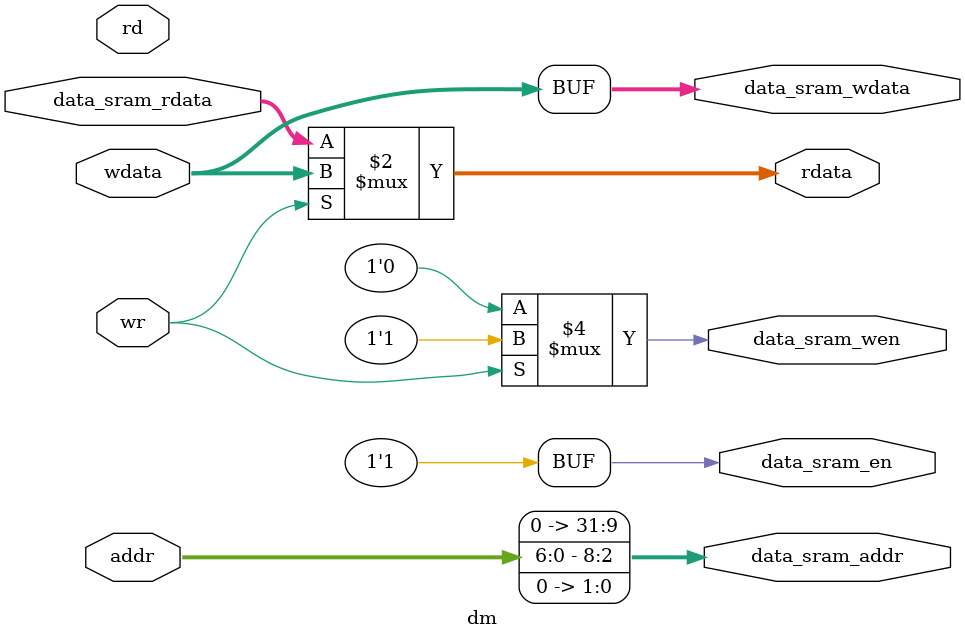
<source format=v>
/*
 * Data Memory
 *
 * 32-bit data with a 32-bit address
 * 
 * The read and write operations operate somewhat independently.
 *
 * Any time the read signal (rd) is high the data stored at the 
 * given address (addr) will be placed on 'rdata'.
 *
 * Any time the write signal (wr) is high the data on 'wdata' will
 * be stored at the given address (addr).
 *
 * If a simultaneous read/write is performed the data written
 * can be immediately read out.
 */

module dm (
    input wire [6:0]   addr,
    input wire          rd, wr,
    input wire [31:0]   wdata,
    output wire [31:0]  rdata,

    output wire         data_sram_en,
    output reg          data_sram_wen,
    output wire [31:0]  data_sram_addr,
    output wire [31:0]  data_sram_wdata,
    input wire [31:0]   data_sram_rdata);

    assign data_sram_addr = {23'b0, addr, 2'b0};
    assign data_sram_wdata = wdata;
    assign data_sram_en = 1'b1;

    always @(*) begin
        if (wr) begin
            data_sram_wen <= 1'b1;
        end else begin
            data_sram_wen <= 1'b0;
        end
    end

    assign rdata = wr ? wdata : data_sram_rdata;
    // During a write, avoid the one cycle delay by reading from 'wdata'.

endmodule
</source>
